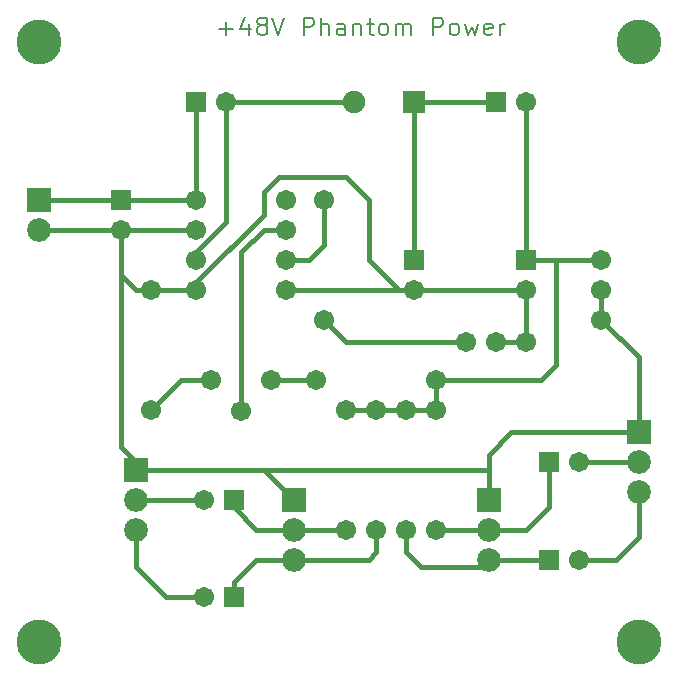
<source format=gbr>
G04 #@! TF.FileFunction,Copper,L2,Bot,Signal*
%FSLAX46Y46*%
G04 Gerber Fmt 4.6, Leading zero omitted, Abs format (unit mm)*
G04 Created by KiCad (PCBNEW 4.0.1-stable) date 01/28/17 17:52:11*
%MOMM*%
G01*
G04 APERTURE LIST*
%ADD10C,0.100000*%
%ADD11C,0.200000*%
%ADD12R,1.716000X1.716000*%
%ADD13C,1.716000*%
%ADD14R,1.916000X1.916000*%
%ADD15C,1.916000*%
%ADD16R,2.016000X2.016000*%
%ADD17C,2.016000*%
%ADD18C,3.800000*%
%ADD19C,0.381000*%
G04 APERTURE END LIST*
D10*
D11*
X127065001Y-73767143D02*
X128207858Y-73767143D01*
X127636429Y-74338571D02*
X127636429Y-73195714D01*
X129565001Y-73338571D02*
X129565001Y-74338571D01*
X129207858Y-72767143D02*
X128850715Y-73838571D01*
X129779287Y-73838571D01*
X130565001Y-73481429D02*
X130422143Y-73410000D01*
X130350715Y-73338571D01*
X130279286Y-73195714D01*
X130279286Y-73124286D01*
X130350715Y-72981429D01*
X130422143Y-72910000D01*
X130565001Y-72838571D01*
X130850715Y-72838571D01*
X130993572Y-72910000D01*
X131065001Y-72981429D01*
X131136429Y-73124286D01*
X131136429Y-73195714D01*
X131065001Y-73338571D01*
X130993572Y-73410000D01*
X130850715Y-73481429D01*
X130565001Y-73481429D01*
X130422143Y-73552857D01*
X130350715Y-73624286D01*
X130279286Y-73767143D01*
X130279286Y-74052857D01*
X130350715Y-74195714D01*
X130422143Y-74267143D01*
X130565001Y-74338571D01*
X130850715Y-74338571D01*
X130993572Y-74267143D01*
X131065001Y-74195714D01*
X131136429Y-74052857D01*
X131136429Y-73767143D01*
X131065001Y-73624286D01*
X130993572Y-73552857D01*
X130850715Y-73481429D01*
X131565000Y-72838571D02*
X132065000Y-74338571D01*
X132565000Y-72838571D01*
X134207857Y-74338571D02*
X134207857Y-72838571D01*
X134779285Y-72838571D01*
X134922143Y-72910000D01*
X134993571Y-72981429D01*
X135065000Y-73124286D01*
X135065000Y-73338571D01*
X134993571Y-73481429D01*
X134922143Y-73552857D01*
X134779285Y-73624286D01*
X134207857Y-73624286D01*
X135707857Y-74338571D02*
X135707857Y-72838571D01*
X136350714Y-74338571D02*
X136350714Y-73552857D01*
X136279285Y-73410000D01*
X136136428Y-73338571D01*
X135922143Y-73338571D01*
X135779285Y-73410000D01*
X135707857Y-73481429D01*
X137707857Y-74338571D02*
X137707857Y-73552857D01*
X137636428Y-73410000D01*
X137493571Y-73338571D01*
X137207857Y-73338571D01*
X137065000Y-73410000D01*
X137707857Y-74267143D02*
X137565000Y-74338571D01*
X137207857Y-74338571D01*
X137065000Y-74267143D01*
X136993571Y-74124286D01*
X136993571Y-73981429D01*
X137065000Y-73838571D01*
X137207857Y-73767143D01*
X137565000Y-73767143D01*
X137707857Y-73695714D01*
X138422143Y-73338571D02*
X138422143Y-74338571D01*
X138422143Y-73481429D02*
X138493571Y-73410000D01*
X138636429Y-73338571D01*
X138850714Y-73338571D01*
X138993571Y-73410000D01*
X139065000Y-73552857D01*
X139065000Y-74338571D01*
X139565000Y-73338571D02*
X140136429Y-73338571D01*
X139779286Y-72838571D02*
X139779286Y-74124286D01*
X139850714Y-74267143D01*
X139993572Y-74338571D01*
X140136429Y-74338571D01*
X140850715Y-74338571D02*
X140707857Y-74267143D01*
X140636429Y-74195714D01*
X140565000Y-74052857D01*
X140565000Y-73624286D01*
X140636429Y-73481429D01*
X140707857Y-73410000D01*
X140850715Y-73338571D01*
X141065000Y-73338571D01*
X141207857Y-73410000D01*
X141279286Y-73481429D01*
X141350715Y-73624286D01*
X141350715Y-74052857D01*
X141279286Y-74195714D01*
X141207857Y-74267143D01*
X141065000Y-74338571D01*
X140850715Y-74338571D01*
X141993572Y-74338571D02*
X141993572Y-73338571D01*
X141993572Y-73481429D02*
X142065000Y-73410000D01*
X142207858Y-73338571D01*
X142422143Y-73338571D01*
X142565000Y-73410000D01*
X142636429Y-73552857D01*
X142636429Y-74338571D01*
X142636429Y-73552857D02*
X142707858Y-73410000D01*
X142850715Y-73338571D01*
X143065000Y-73338571D01*
X143207858Y-73410000D01*
X143279286Y-73552857D01*
X143279286Y-74338571D01*
X145136429Y-74338571D02*
X145136429Y-72838571D01*
X145707857Y-72838571D01*
X145850715Y-72910000D01*
X145922143Y-72981429D01*
X145993572Y-73124286D01*
X145993572Y-73338571D01*
X145922143Y-73481429D01*
X145850715Y-73552857D01*
X145707857Y-73624286D01*
X145136429Y-73624286D01*
X146850715Y-74338571D02*
X146707857Y-74267143D01*
X146636429Y-74195714D01*
X146565000Y-74052857D01*
X146565000Y-73624286D01*
X146636429Y-73481429D01*
X146707857Y-73410000D01*
X146850715Y-73338571D01*
X147065000Y-73338571D01*
X147207857Y-73410000D01*
X147279286Y-73481429D01*
X147350715Y-73624286D01*
X147350715Y-74052857D01*
X147279286Y-74195714D01*
X147207857Y-74267143D01*
X147065000Y-74338571D01*
X146850715Y-74338571D01*
X147850715Y-73338571D02*
X148136429Y-74338571D01*
X148422143Y-73624286D01*
X148707858Y-74338571D01*
X148993572Y-73338571D01*
X150136429Y-74267143D02*
X149993572Y-74338571D01*
X149707858Y-74338571D01*
X149565001Y-74267143D01*
X149493572Y-74124286D01*
X149493572Y-73552857D01*
X149565001Y-73410000D01*
X149707858Y-73338571D01*
X149993572Y-73338571D01*
X150136429Y-73410000D01*
X150207858Y-73552857D01*
X150207858Y-73695714D01*
X149493572Y-73838571D01*
X150850715Y-74338571D02*
X150850715Y-73338571D01*
X150850715Y-73624286D02*
X150922143Y-73481429D01*
X150993572Y-73410000D01*
X151136429Y-73338571D01*
X151279286Y-73338571D01*
D12*
X118745000Y-88265000D03*
D13*
X118745000Y-90805000D03*
X147955000Y-100330000D03*
X150495000Y-100330000D03*
X153035000Y-100330000D03*
D12*
X143510000Y-93345000D03*
D13*
X143510000Y-95885000D03*
D12*
X153035000Y-93345000D03*
D13*
X153035000Y-95885000D03*
X159385000Y-93345000D03*
X159385000Y-95885000D03*
X159385000Y-98425000D03*
D12*
X154940000Y-118745000D03*
D13*
X157480000Y-118745000D03*
D12*
X154940000Y-110490000D03*
D13*
X157480000Y-110490000D03*
D12*
X128270000Y-121920000D03*
D13*
X125730000Y-121920000D03*
D12*
X128270000Y-113665000D03*
D13*
X125730000Y-113665000D03*
D14*
X143510000Y-80010000D03*
D15*
X138430000Y-80010000D03*
D16*
X111760000Y-88265000D03*
D17*
X111760000Y-90805000D03*
D16*
X149860000Y-113665000D03*
D17*
X149860000Y-116205000D03*
X149860000Y-118745000D03*
D16*
X162560000Y-107950000D03*
D17*
X162560000Y-110490000D03*
X162560000Y-113030000D03*
D16*
X133350000Y-113665000D03*
D17*
X133350000Y-116205000D03*
X133350000Y-118745000D03*
D16*
X120015000Y-111125000D03*
D17*
X120015000Y-113665000D03*
X120015000Y-116205000D03*
D12*
X125095000Y-80010000D03*
D13*
X127635000Y-80010000D03*
D12*
X150495000Y-80010000D03*
D13*
X153035000Y-80010000D03*
X131445000Y-103505000D03*
X128905000Y-106172000D03*
X126365000Y-103505000D03*
X135890000Y-88265000D03*
X135890000Y-98425000D03*
X145415000Y-103505000D03*
X135255000Y-103505000D03*
X121285000Y-106045000D03*
X121285000Y-95885000D03*
X142875000Y-106045000D03*
X142875000Y-116205000D03*
X145415000Y-106045000D03*
X145415000Y-116205000D03*
X140335000Y-106045000D03*
X140335000Y-116205000D03*
X137795000Y-106045000D03*
X137795000Y-116205000D03*
X132715000Y-95885000D03*
X132715000Y-93345000D03*
X132715000Y-90805000D03*
X132715000Y-88265000D03*
X125095000Y-88265000D03*
X125095000Y-90805000D03*
X125095000Y-93345000D03*
X125095000Y-95885000D03*
D18*
X111760000Y-74930000D03*
X111760000Y-125730000D03*
X162560000Y-125730000D03*
X162560000Y-74930000D03*
D19*
X118745000Y-88265000D02*
X125095000Y-88265000D01*
X111760000Y-88265000D02*
X118745000Y-88265000D01*
X125095000Y-88265000D02*
X125095000Y-80010000D01*
X120015000Y-111125000D02*
X120015000Y-110490000D01*
X120015000Y-110490000D02*
X118745000Y-109220000D01*
X118745000Y-109220000D02*
X118745000Y-94615000D01*
X159385000Y-95885000D02*
X159385000Y-98425000D01*
X159385000Y-98425000D02*
X162560000Y-101600000D01*
X162560000Y-101600000D02*
X162560000Y-107950000D01*
X130810000Y-111125000D02*
X149860000Y-111125000D01*
X120015000Y-111125000D02*
X130810000Y-111125000D01*
X130810000Y-111125000D02*
X133350000Y-113665000D01*
X149860000Y-113665000D02*
X149860000Y-111125000D01*
X149860000Y-111125000D02*
X149860000Y-109855000D01*
X149860000Y-109855000D02*
X151765000Y-107950000D01*
X151765000Y-107950000D02*
X162560000Y-107950000D01*
X125095000Y-95885000D02*
X125095000Y-95250000D01*
X125095000Y-95250000D02*
X130810000Y-89535000D01*
X139700000Y-93345000D02*
X142240000Y-95885000D01*
X139700000Y-88265000D02*
X139700000Y-93345000D01*
X137795000Y-86360000D02*
X139700000Y-88265000D01*
X132080000Y-86360000D02*
X137795000Y-86360000D01*
X130810000Y-87630000D02*
X132080000Y-86360000D01*
X130810000Y-89535000D02*
X130810000Y-87630000D01*
X150495000Y-100330000D02*
X153035000Y-100330000D01*
X153035000Y-100330000D02*
X153035000Y-95885000D01*
X132715000Y-95885000D02*
X136525000Y-95885000D01*
X136525000Y-95885000D02*
X142240000Y-95885000D01*
X142240000Y-95885000D02*
X143510000Y-95885000D01*
X143510000Y-95885000D02*
X153035000Y-95885000D01*
X121285000Y-95885000D02*
X120015000Y-95885000D01*
X118745000Y-94615000D02*
X118745000Y-90805000D01*
X120015000Y-95885000D02*
X118745000Y-94615000D01*
X125095000Y-90805000D02*
X118745000Y-90805000D01*
X118745000Y-90805000D02*
X111760000Y-90805000D01*
X121285000Y-95885000D02*
X125095000Y-95885000D01*
X147955000Y-100330000D02*
X137795000Y-100330000D01*
X137795000Y-100330000D02*
X135890000Y-98425000D01*
X150495000Y-80010000D02*
X143510000Y-80010000D01*
X143510000Y-80010000D02*
X143510000Y-93345000D01*
X145415000Y-103505000D02*
X154305000Y-103505000D01*
X155575000Y-102235000D02*
X155575000Y-93345000D01*
X154305000Y-103505000D02*
X155575000Y-102235000D01*
X159385000Y-93345000D02*
X155575000Y-93345000D01*
X155575000Y-93345000D02*
X153035000Y-93345000D01*
X137795000Y-106045000D02*
X140335000Y-106045000D01*
X140335000Y-106045000D02*
X142875000Y-106045000D01*
X142875000Y-106045000D02*
X145415000Y-106045000D01*
X145415000Y-106045000D02*
X145415000Y-103505000D01*
X153035000Y-80010000D02*
X153035000Y-93345000D01*
X154940000Y-118745000D02*
X149860000Y-118745000D01*
X149860000Y-118745000D02*
X149225000Y-119380000D01*
X149225000Y-119380000D02*
X144145000Y-119380000D01*
X144145000Y-119380000D02*
X142875000Y-118110000D01*
X142875000Y-118110000D02*
X142875000Y-116205000D01*
X162560000Y-113030000D02*
X162560000Y-116840000D01*
X160655000Y-118745000D02*
X157480000Y-118745000D01*
X162560000Y-116840000D02*
X160655000Y-118745000D01*
X145415000Y-116205000D02*
X149860000Y-116205000D01*
X149860000Y-116205000D02*
X153035000Y-116205000D01*
X153035000Y-116205000D02*
X154940000Y-114300000D01*
X154940000Y-114300000D02*
X154940000Y-110490000D01*
X162560000Y-110490000D02*
X157480000Y-110490000D01*
X133350000Y-118745000D02*
X139700000Y-118745000D01*
X140335000Y-118110000D02*
X140335000Y-116205000D01*
X139700000Y-118745000D02*
X140335000Y-118110000D01*
X133350000Y-118745000D02*
X130175000Y-118745000D01*
X128270000Y-120650000D02*
X128270000Y-121920000D01*
X130175000Y-118745000D02*
X128270000Y-120650000D01*
X125730000Y-121920000D02*
X122555000Y-121920000D01*
X120015000Y-119380000D02*
X120015000Y-116205000D01*
X122555000Y-121920000D02*
X120015000Y-119380000D01*
X137795000Y-116205000D02*
X133350000Y-116205000D01*
X133350000Y-116205000D02*
X130175000Y-116205000D01*
X130175000Y-116205000D02*
X128270000Y-114300000D01*
X128270000Y-114300000D02*
X128270000Y-113665000D01*
X120015000Y-113665000D02*
X125730000Y-113665000D01*
X138430000Y-80010000D02*
X134620000Y-80010000D01*
X134620000Y-80010000D02*
X127635000Y-80010000D01*
X125095000Y-93345000D02*
X125095000Y-92710000D01*
X125095000Y-92710000D02*
X127635000Y-90170000D01*
X127635000Y-90170000D02*
X127635000Y-80010000D01*
X131445000Y-103505000D02*
X135255000Y-103505000D01*
X128905000Y-106172000D02*
X128905000Y-92710000D01*
X130810000Y-90805000D02*
X132715000Y-90805000D01*
X128905000Y-92710000D02*
X130810000Y-90805000D01*
X126365000Y-103505000D02*
X123825000Y-103505000D01*
X123825000Y-103505000D02*
X121285000Y-106045000D01*
X135890000Y-88265000D02*
X135890000Y-92075000D01*
X134620000Y-93345000D02*
X132715000Y-93345000D01*
X135890000Y-92075000D02*
X134620000Y-93345000D01*
M02*

</source>
